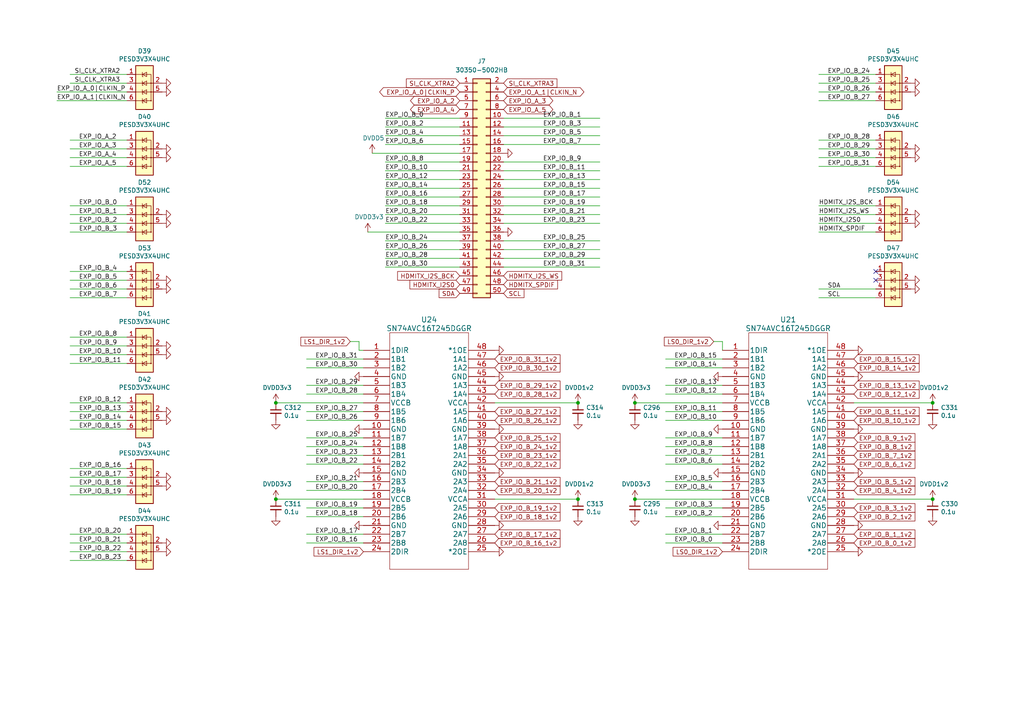
<source format=kicad_sch>
(kicad_sch (version 20230121) (generator eeschema)
  (paper "A4")
  (title_block (title "OSSC Pro") (date "2023-08-17") (rev "1.5"))
  (lib_symbols
    (symbol "Connector_Generic:Conn_02x25_Odd_Even" (pin_names (offset 1.016) hide)
      (property "Reference" "J" (at 1.27 33.02 0))
      (property "Value" "Conn_02x25_Odd_Even" (at 1.27 -33.02 0))
      (symbol "Conn_02x25_Odd_Even_1_1"
        (rectangle (start -1.27 -30.353) (end 0 -30.607) (stroke (width 0.1524)))
        (rectangle (start -1.27 -27.813) (end 0 -28.067) (stroke (width 0.1524)))
        (rectangle (start -1.27 -25.273) (end 0 -25.527) (stroke (width 0.1524)))
        (rectangle (start -1.27 -22.733) (end 0 -22.987) (stroke (width 0.1524)))
        (rectangle (start -1.27 -20.193) (end 0 -20.447) (stroke (width 0.1524)))
        (rectangle (start -1.27 -17.653) (end 0 -17.907) (stroke (width 0.1524)))
        (rectangle (start -1.27 -15.113) (end 0 -15.367) (stroke (width 0.1524)))
        (rectangle (start -1.27 -12.573) (end 0 -12.827) (stroke (width 0.1524)))
        (rectangle (start -1.27 -10.033) (end 0 -10.287) (stroke (width 0.1524)))
        (rectangle (start -1.27 -7.493) (end 0 -7.747) (stroke (width 0.1524)))
        (rectangle (start -1.27 -4.953) (end 0 -5.207) (stroke (width 0.1524)))
        (rectangle (start -1.27 -2.413) (end 0 -2.667) (stroke (width 0.1524)))
        (rectangle (start -1.27 0.127) (end 0 -0.127) (stroke (width 0.1524)))
        (rectangle (start -1.27 2.667) (end 0 2.413) (stroke (width 0.1524)))
        (rectangle (start -1.27 5.207) (end 0 4.953) (stroke (width 0.1524)))
        (rectangle (start -1.27 7.747) (end 0 7.493) (stroke (width 0.1524)))
        (rectangle (start -1.27 10.287) (end 0 10.033) (stroke (width 0.1524)))
        (rectangle (start -1.27 12.827) (end 0 12.573) (stroke (width 0.1524)))
        (rectangle (start -1.27 15.367) (end 0 15.113) (stroke (width 0.1524)))
        (rectangle (start -1.27 17.907) (end 0 17.653) (stroke (width 0.1524)))
        (rectangle (start -1.27 20.447) (end 0 20.193) (stroke (width 0.1524)))
        (rectangle (start -1.27 22.987) (end 0 22.733) (stroke (width 0.1524)))
        (rectangle (start -1.27 25.527) (end 0 25.273) (stroke (width 0.1524)))
        (rectangle (start -1.27 28.067) (end 0 27.813) (stroke (width 0.1524)))
        (rectangle (start -1.27 30.607) (end 0 30.353) (stroke (width 0.1524)))
        (rectangle (start -1.27 31.75) (end 3.81 -31.75) (stroke (width 0.254)) (fill (type background)))
        (rectangle (start 3.81 -30.353) (end 2.54 -30.607) (stroke (width 0.1524)))
        (rectangle (start 3.81 -27.813) (end 2.54 -28.067) (stroke (width 0.1524)))
        (rectangle (start 3.81 -25.273) (end 2.54 -25.527) (stroke (width 0.1524)))
        (rectangle (start 3.81 -22.733) (end 2.54 -22.987) (stroke (width 0.1524)))
        (rectangle (start 3.81 -20.193) (end 2.54 -20.447) (stroke (width 0.1524)))
        (rectangle (start 3.81 -17.653) (end 2.54 -17.907) (stroke (width 0.1524)))
        (rectangle (start 3.81 -15.113) (end 2.54 -15.367) (stroke (width 0.1524)))
        (rectangle (start 3.81 -12.573) (end 2.54 -12.827) (stroke (width 0.1524)))
        (rectangle (start 3.81 -10.033) (end 2.54 -10.287) (stroke (width 0.1524)))
        (rectangle (start 3.81 -7.493) (end 2.54 -7.747) (stroke (width 0.1524)))
        (rectangle (start 3.81 -4.953) (end 2.54 -5.207) (stroke (width 0.1524)))
        (rectangle (start 3.81 -2.413) (end 2.54 -2.667) (stroke (width 0.1524)))
        (rectangle (start 3.81 0.127) (end 2.54 -0.127) (stroke (width 0.1524)))
        (rectangle (start 3.81 2.667) (end 2.54 2.413) (stroke (width 0.1524)))
        (rectangle (start 3.81 5.207) (end 2.54 4.953) (stroke (width 0.1524)))
        (rectangle (start 3.81 7.747) (end 2.54 7.493) (stroke (width 0.1524)))
        (rectangle (start 3.81 10.287) (end 2.54 10.033) (stroke (width 0.1524)))
        (rectangle (start 3.81 12.827) (end 2.54 12.573) (stroke (width 0.1524)))
        (rectangle (start 3.81 15.367) (end 2.54 15.113) (stroke (width 0.1524)))
        (rectangle (start 3.81 17.907) (end 2.54 17.653) (stroke (width 0.1524)))
        (rectangle (start 3.81 20.447) (end 2.54 20.193) (stroke (width 0.1524)))
        (rectangle (start 3.81 22.987) (end 2.54 22.733) (stroke (width 0.1524)))
        (rectangle (start 3.81 25.527) (end 2.54 25.273) (stroke (width 0.1524)))
        (rectangle (start 3.81 28.067) (end 2.54 27.813) (stroke (width 0.1524)))
        (rectangle (start 3.81 30.607) (end 2.54 30.353) (stroke (width 0.1524)))
        (pin passive line (at -5.08 30.48 0) (length 3.81) (name "Pin_1") (number "1"))
        (pin passive line (at 7.62 20.32 180) (length 3.81) (name "Pin_10") (number "10"))
        (pin passive line (at -5.08 17.78 0) (length 3.81) (name "Pin_11") (number "11"))
        (pin passive line (at 7.62 17.78 180) (length 3.81) (name "Pin_12") (number "12"))
        (pin passive line (at -5.08 15.24 0) (length 3.81) (name "Pin_13") (number "13"))
        (pin passive line (at 7.62 15.24 180) (length 3.81) (name "Pin_14") (number "14"))
        (pin passive line (at -5.08 12.7 0) (length 3.81) (name "Pin_15") (number "15"))
        (pin passive line (at 7.62 12.7 180) (length 3.81) (name "Pin_16") (number "16"))
        (pin passive line (at -5.08 10.16 0) (length 3.81) (name "Pin_17") (number "17"))
        (pin passive line (at 7.62 10.16 180) (length 3.81) (name "Pin_18") (number "18"))
        (pin passive line (at -5.08 7.62 0) (length 3.81) (name "Pin_19") (number "19"))
        (pin passive line (at 7.62 30.48 180) (length 3.81) (name "Pin_2") (number "2"))
        (pin passive line (at 7.62 7.62 180) (length 3.81) (name "Pin_20") (number "20"))
        (pin passive line (at -5.08 5.08 0) (length 3.81) (name "Pin_21") (number "21"))
        (pin passive line (at 7.62 5.08 180) (length 3.81) (name "Pin_22") (number "22"))
        (pin passive line (at -5.08 2.54 0) (length 3.81) (name "Pin_23") (number "23"))
        (pin passive line (at 7.62 2.54 180) (length 3.81) (name "Pin_24") (number "24"))
        (pin passive line (at -5.08 0 0) (length 3.81) (name "Pin_25") (number "25"))
        (pin passive line (at 7.62 0 180) (length 3.81) (name "Pin_26") (number "26"))
        (pin passive line (at -5.08 -2.54 0) (length 3.81) (name "Pin_27") (number "27"))
        (pin passive line (at 7.62 -2.54 180) (length 3.81) (name "Pin_28") (number "28"))
        (pin passive line (at -5.08 -5.08 0) (length 3.81) (name "Pin_29") (number "29"))
        (pin passive line (at -5.08 27.94 0) (length 3.81) (name "Pin_3") (number "3"))
        (pin passive line (at 7.62 -5.08 180) (length 3.81) (name "Pin_30") (number "30"))
        (pin passive line (at -5.08 -7.62 0) (length 3.81) (name "Pin_31") (number "31"))
        (pin passive line (at 7.62 -7.62 180) (length 3.81) (name "Pin_32") (number "32"))
        (pin passive line (at -5.08 -10.16 0) (length 3.81) (name "Pin_33") (number "33"))
        (pin passive line (at 7.62 -10.16 180) (length 3.81) (name "Pin_34") (number "34"))
        (pin passive line (at -5.08 -12.7 0) (length 3.81) (name "Pin_35") (number "35"))
        (pin passive line (at 7.62 -12.7 180) (length 3.81) (name "Pin_36") (number "36"))
        (pin passive line (at -5.08 -15.24 0) (length 3.81) (name "Pin_37") (number "37"))
        (pin passive line (at 7.62 -15.24 180) (length 3.81) (name "Pin_38") (number "38"))
        (pin passive line (at -5.08 -17.78 0) (length 3.81) (name "Pin_39") (number "39"))
        (pin passive line (at 7.62 27.94 180) (length 3.81) (name "Pin_4") (number "4"))
        (pin passive line (at 7.62 -17.78 180) (length 3.81) (name "Pin_40") (number "40"))
        (pin passive line (at -5.08 -20.32 0) (length 3.81) (name "Pin_41") (number "41"))
        (pin passive line (at 7.62 -20.32 180) (length 3.81) (name "Pin_42") (number "42"))
        (pin passive line (at -5.08 -22.86 0) (length 3.81) (name "Pin_43") (number "43"))
        (pin passive line (at 7.62 -22.86 180) (length 3.81) (name "Pin_44") (number "44"))
        (pin passive line (at -5.08 -25.4 0) (length 3.81) (name "Pin_45") (number "45"))
        (pin passive line (at 7.62 -25.4 180) (length 3.81) (name "Pin_46") (number "46"))
        (pin passive line (at -5.08 -27.94 0) (length 3.81) (name "Pin_47") (number "47"))
        (pin passive line (at 7.62 -27.94 180) (length 3.81) (name "Pin_48") (number "48"))
        (pin passive line (at -5.08 -30.48 0) (length 3.81) (name "Pin_49") (number "49"))
        (pin passive line (at -5.08 25.4 0) (length 3.81) (name "Pin_5") (number "5"))
        (pin passive line (at 7.62 -30.48 180) (length 3.81) (name "Pin_50") (number "50"))
        (pin passive line (at 7.62 25.4 180) (length 3.81) (name "Pin_6") (number "6"))
        (pin passive line (at -5.08 22.86 0) (length 3.81) (name "Pin_7") (number "7"))
        (pin passive line (at 7.62 22.86 180) (length 3.81) (name "Pin_8") (number "8"))
        (pin passive line (at -5.08 20.32 0) (length 3.81) (name "Pin_9") (number "9"))
      )
    )
    (symbol "Device:C_Small" (pin_numbers hide) (pin_names (offset 0.254) hide)
      (property "Reference" "C" (at 0.254 1.778 0))
      (property "Value" "C_Small" (at 0.254 -2.032 0))
      (symbol "C_Small_0_1"
        (polyline (pts (xy -1.524 -0.508) (xy 1.524 -0.508)) (stroke (width 0.3302)))
        (polyline (pts (xy -1.524 0.508) (xy 1.524 0.508)) (stroke (width 0.3048)))
      )
      (symbol "C_Small_1_1"
        (pin passive line (at 0 2.54 270) (length 2.032) (name "~") (number "1"))
        (pin passive line (at 0 -2.54 90) (length 2.032) (name "~") (number "2"))
      )
    )
    (symbol "custom_components:DVDD1v2" (power) (pin_names (offset 0))
      (property "Value" "DVDD1v2" (at 0 3.556 0))
      (symbol "DVDD1v2_0_1"
        (polyline (pts (xy -0.762 1.27) (xy 0 2.54)))
        (polyline (pts (xy 0 0) (xy 0 2.54)))
        (polyline (pts (xy 0 2.54) (xy 0.762 1.27)))
      )
      (symbol "DVDD1v2_1_1"
        (pin power_in line (at 0 0 90) (length 0) hide (name "DVDD1v2") (number "1"))
      )
    )
    (symbol "custom_components:DVDD3v3" (power) (pin_names (offset 0))
      (property "Value" "DVDD3v3" (at 0 3.556 0))
      (symbol "DVDD3v3_0_1"
        (polyline (pts (xy -0.762 1.27) (xy 0 2.54)))
        (polyline (pts (xy 0 0) (xy 0 2.54)))
        (polyline (pts (xy 0 2.54) (xy 0.762 1.27)))
      )
      (symbol "DVDD3v3_1_1"
        (pin power_in line (at 0 0 90) (length 0) hide (name "DVDD3v3") (number "1"))
      )
    )
    (symbol "custom_components:DVDD5" (power) (pin_names (offset 0))
      (property "Value" "DVDD5" (at 0 3.556 0))
      (symbol "DVDD5_0_1"
        (polyline (pts (xy -0.762 1.27) (xy 0 2.54)))
        (polyline (pts (xy 0 0) (xy 0 2.54)))
        (polyline (pts (xy 0 2.54) (xy 0.762 1.27)))
      )
      (symbol "DVDD5_1_1"
        (pin power_in line (at 0 0 90) (length 0) hide (name "DVDD5") (number "1"))
      )
    )
    (symbol "custom_components:PESD3V3X4UHC" (pin_names hide)
      (property "Reference" "D" (at -5.08 -3.81 0))
      (property "Value" "PESD3V3X4UHC" (at 2.54 -3.81 0))
      (symbol "PESD3V3X4UHC_0_0"
        (pin passive line (at -2.54 -5.08 90) (length 2.54) (name "GND") (number "2"))
        (pin passive line (at 0 -5.08 90) (length 2.54) (name "GND") (number "5"))
      )
      (symbol "PESD3V3X4UHC_0_1"
        (rectangle (start -7.62 2.54) (end 5.08 -2.54) (stroke (width 0.254)) (fill (type background)))
        (circle (center -2.54 -1.905) (radius 0.127))
        (circle (center 0 -1.905) (radius 0.127))
        (polyline (pts (xy -2.54 2.54) (xy -2.54 -2.54)))
        (polyline (pts (xy 0 2.54) (xy 0 -2.54)))
        (polyline (pts (xy -5.715 0.635) (xy -4.445 0.635) (xy -4.445 0.381)))
        (polyline (pts (xy -3.175 0.635) (xy -1.905 0.635) (xy -1.905 0.381)))
        (polyline (pts (xy -0.635 0.635) (xy 0.635 0.635) (xy 0.635 0.381)))
        (polyline (pts (xy 1.905 0.635) (xy 3.175 0.635) (xy 3.175 0.381)))
        (polyline (pts (xy -5.715 -0.635) (xy -4.445 -0.635) (xy -5.08 0.635) (xy -5.715 -0.635)))
        (polyline (pts (xy -3.175 -0.635) (xy -1.905 -0.635) (xy -2.54 0.635) (xy -3.175 -0.635)))
        (polyline (pts (xy -0.635 -0.635) (xy 0.635 -0.635) (xy 0 0.635) (xy -0.635 -0.635)))
        (polyline (pts (xy 1.905 -0.635) (xy 3.175 -0.635) (xy 2.54 0.635) (xy 1.905 -0.635)))
        (polyline (pts (xy -5.08 2.54) (xy -5.08 -1.905) (xy 2.54 -1.905) (xy 2.54 0) (xy 2.54 2.54)))
        (circle (center 2.54 -1.905) (radius 0.127))
      )
      (symbol "PESD3V3X4UHC_1_1"
        (pin passive line (at -5.08 5.08 270) (length 2.54) (name "IO1") (number "1"))
        (pin passive line (at -2.54 5.08 270) (length 2.54) (name "IO2") (number "3"))
        (pin passive line (at 0 5.08 270) (length 2.54) (name "IO3") (number "4"))
        (pin passive line (at 2.54 5.08 270) (length 2.54) (name "IO4") (number "6"))
      )
    )
    (symbol "custom_components:SN74AVC16T245DGGR" (pin_names (offset 0.254))
      (property "Reference" "U" (at 19.05 10.16 0))
      (property "Value" "SN74AVC16T245DGGR" (at 19.05 7.62 0))
      (symbol "SN74AVC16T245DGGR_1_1"
        (polyline (pts (xy 7.62 -63.5) (xy 30.48 -63.5)) (stroke (width 0.127)))
        (polyline (pts (xy 7.62 5.08) (xy 7.62 -63.5)) (stroke (width 0.127)))
        (polyline (pts (xy 30.48 -63.5) (xy 30.48 5.08)) (stroke (width 0.127)))
        (polyline (pts (xy 30.48 5.08) (xy 7.62 5.08)) (stroke (width 0.127)))
        (pin input line (at 0 0 0) (length 7.62) (name "1DIR") (number "1"))
        (pin power_in line (at 0 -22.86 0) (length 7.62) (name "GND") (number "10"))
        (pin bidirectional line (at 0 -25.4 0) (length 7.62) (name "1B7") (number "11"))
        (pin bidirectional line (at 0 -27.94 0) (length 7.62) (name "1B8") (number "12"))
        (pin bidirectional line (at 0 -30.48 0) (length 7.62) (name "2B1") (number "13"))
        (pin bidirectional line (at 0 -33.02 0) (length 7.62) (name "2B2") (number "14"))
        (pin power_in line (at 0 -35.56 0) (length 7.62) (name "GND") (number "15"))
        (pin bidirectional line (at 0 -38.1 0) (length 7.62) (name "2B3") (number "16"))
        (pin bidirectional line (at 0 -40.64 0) (length 7.62) (name "2B4") (number "17"))
        (pin power_in line (at 0 -43.18 0) (length 7.62) (name "VCCB") (number "18"))
        (pin bidirectional line (at 0 -45.72 0) (length 7.62) (name "2B5") (number "19"))
        (pin bidirectional line (at 0 -2.54 0) (length 7.62) (name "1B1") (number "2"))
        (pin bidirectional line (at 0 -48.26 0) (length 7.62) (name "2B6") (number "20"))
        (pin power_in line (at 0 -50.8 0) (length 7.62) (name "GND") (number "21"))
        (pin bidirectional line (at 0 -53.34 0) (length 7.62) (name "2B7") (number "22"))
        (pin bidirectional line (at 0 -55.88 0) (length 7.62) (name "2B8") (number "23"))
        (pin input line (at 0 -58.42 0) (length 7.62) (name "2DIR") (number "24"))
        (pin input line (at 38.1 -58.42 180) (length 7.62) (name "*2OE") (number "25"))
        (pin bidirectional line (at 38.1 -55.88 180) (length 7.62) (name "2A8") (number "26"))
        (pin bidirectional line (at 38.1 -53.34 180) (length 7.62) (name "2A7") (number "27"))
        (pin power_in line (at 38.1 -50.8 180) (length 7.62) (name "GND") (number "28"))
        (pin bidirectional line (at 38.1 -48.26 180) (length 7.62) (name "2A6") (number "29"))
        (pin bidirectional line (at 0 -5.08 0) (length 7.62) (name "1B2") (number "3"))
        (pin bidirectional line (at 38.1 -45.72 180) (length 7.62) (name "2A5") (number "30"))
        (pin power_in line (at 38.1 -43.18 180) (length 7.62) (name "VCCA") (number "31"))
        (pin bidirectional line (at 38.1 -40.64 180) (length 7.62) (name "2A4") (number "32"))
        (pin bidirectional line (at 38.1 -38.1 180) (length 7.62) (name "2A3") (number "33"))
        (pin power_in line (at 38.1 -35.56 180) (length 7.62) (name "GND") (number "34"))
        (pin bidirectional line (at 38.1 -33.02 180) (length 7.62) (name "2A2") (number "35"))
        (pin bidirectional line (at 38.1 -30.48 180) (length 7.62) (name "2A1") (number "36"))
        (pin bidirectional line (at 38.1 -27.94 180) (length 7.62) (name "1A8") (number "37"))
        (pin bidirectional line (at 38.1 -25.4 180) (length 7.62) (name "1A7") (number "38"))
        (pin power_in line (at 38.1 -22.86 180) (length 7.62) (name "GND") (number "39"))
        (pin power_in line (at 0 -7.62 0) (length 7.62) (name "GND") (number "4"))
        (pin bidirectional line (at 38.1 -20.32 180) (length 7.62) (name "1A6") (number "40"))
        (pin bidirectional line (at 38.1 -17.78 180) (length 7.62) (name "1A5") (number "41"))
        (pin power_in line (at 38.1 -15.24 180) (length 7.62) (name "VCCA") (number "42"))
        (pin bidirectional line (at 38.1 -12.7 180) (length 7.62) (name "1A4") (number "43"))
        (pin bidirectional line (at 38.1 -10.16 180) (length 7.62) (name "1A3") (number "44"))
        (pin power_in line (at 38.1 -7.62 180) (length 7.62) (name "GND") (number "45"))
        (pin bidirectional line (at 38.1 -5.08 180) (length 7.62) (name "1A2") (number "46"))
        (pin bidirectional line (at 38.1 -2.54 180) (length 7.62) (name "1A1") (number "47"))
        (pin input line (at 38.1 0 180) (length 7.62) (name "*1OE") (number "48"))
        (pin bidirectional line (at 0 -10.16 0) (length 7.62) (name "1B3") (number "5"))
        (pin bidirectional line (at 0 -12.7 0) (length 7.62) (name "1B4") (number "6"))
        (pin power_in line (at 0 -15.24 0) (length 7.62) (name "VCCB") (number "7"))
        (pin bidirectional line (at 0 -17.78 0) (length 7.62) (name "1B5") (number "8"))
        (pin bidirectional line (at 0 -20.32 0) (length 7.62) (name "1B6") (number "9"))
      )
    )
    (symbol "power:GND" (power) (pin_names (offset 0))
      (property "Value" "GND" (at 0 -3.81 0))
      (symbol "GND_0_1"
        (polyline (pts (xy 0 0) (xy 0 -1.27) (xy 1.27 -1.27) (xy 0 -2.54) (xy -1.27 -1.27) (xy 0 -1.27)))
      )
      (symbol "GND_1_1"
        (pin power_in line (at 0 0 270) (length 0) hide (name "GND") (number "1"))
      )
    )
  )
  (junction (at 167.64 116.84))
  (junction (at 184.15 144.78))
  (junction (at 270.51 116.84))
  (junction (at 80.01 144.78))
  (junction (at 270.51 144.78))
  (junction (at 184.15 116.84))
  (junction (at 167.64 144.78))
  (junction (at 80.01 116.84))
  (no_connect (at 254 78.74))
  (no_connect (at 254 81.28))
  (wire (pts (xy 105.41 134.62) (xy 88.9 134.62)))
  (wire (pts (xy 209.55 99.06) (xy 209.55 101.6)))
  (wire (pts (xy 36.83 162.56) (xy 20.32 162.56)))
  (wire (pts (xy 105.41 154.94) (xy 88.9 154.94)))
  (wire (pts (xy 105.41 139.7) (xy 88.9 139.7)))
  (wire (pts (xy 146.05 77.47) (xy 173.99 77.47)))
  (wire (pts (xy 133.35 64.77) (xy 111.76 64.77)))
  (wire (pts (xy 146.05 74.93) (xy 173.99 74.93)))
  (wire (pts (xy 146.05 41.91) (xy 173.99 41.91)))
  (wire (pts (xy 133.35 46.99) (xy 111.76 46.99)))
  (wire (pts (xy 36.83 24.13) (xy 20.32 24.13)))
  (wire (pts (xy 105.41 127) (xy 88.9 127)))
  (wire (pts (xy 105.41 129.54) (xy 88.9 129.54)))
  (wire (pts (xy 105.41 111.76) (xy 88.9 111.76)))
  (wire (pts (xy 36.83 67.31) (xy 20.32 67.31)))
  (wire (pts (xy 133.35 54.61) (xy 111.76 54.61)))
  (wire (pts (xy 209.55 134.62) (xy 193.04 134.62)))
  (wire (pts (xy 133.35 77.47) (xy 111.76 77.47)))
  (wire (pts (xy 146.05 36.83) (xy 173.99 36.83)))
  (wire (pts (xy 254 86.36) (xy 237.49 86.36)))
  (wire (pts (xy 36.83 97.79) (xy 20.32 97.79)))
  (wire (pts (xy 146.05 59.69) (xy 173.99 59.69)))
  (wire (pts (xy 254 67.31) (xy 237.49 67.31)))
  (wire (pts (xy 36.83 64.77) (xy 20.32 64.77)))
  (wire (pts (xy 105.41 106.68) (xy 88.9 106.68)))
  (wire (pts (xy 146.05 46.99) (xy 173.99 46.99)))
  (wire (pts (xy 104.14 99.06) (xy 104.14 101.6)))
  (wire (pts (xy 20.32 135.89) (xy 36.83 135.89)))
  (wire (pts (xy 254 48.26) (xy 237.49 48.26)))
  (wire (pts (xy 133.35 69.85) (xy 111.76 69.85)))
  (wire (pts (xy 36.83 81.28) (xy 20.32 81.28)))
  (wire (pts (xy 88.9 149.86) (xy 105.41 149.86)))
  (wire (pts (xy 36.83 157.48) (xy 20.32 157.48)))
  (wire (pts (xy 36.83 124.46) (xy 20.32 124.46)))
  (wire (pts (xy 146.05 72.39) (xy 173.99 72.39)))
  (wire (pts (xy 105.41 104.14) (xy 88.9 104.14)))
  (wire (pts (xy 146.05 34.29) (xy 173.99 34.29)))
  (wire (pts (xy 209.55 129.54) (xy 193.04 129.54)))
  (wire (pts (xy 247.65 116.84) (xy 270.51 116.84)))
  (wire (pts (xy 36.83 116.84) (xy 20.32 116.84)))
  (wire (pts (xy 146.05 39.37) (xy 173.99 39.37)))
  (wire (pts (xy 36.83 45.72) (xy 20.32 45.72)))
  (wire (pts (xy 80.01 144.78) (xy 105.41 144.78)))
  (wire (pts (xy 101.6 99.06) (xy 104.14 99.06)))
  (wire (pts (xy 193.04 157.48) (xy 209.55 157.48)))
  (wire (pts (xy 105.41 132.08) (xy 88.9 132.08)))
  (wire (pts (xy 254 21.59) (xy 237.49 21.59)))
  (wire (pts (xy 133.35 74.93) (xy 111.76 74.93)))
  (wire (pts (xy 36.83 143.51) (xy 20.32 143.51)))
  (wire (pts (xy 247.65 144.78) (xy 270.51 144.78)))
  (wire (pts (xy 146.05 52.07) (xy 173.99 52.07)))
  (wire (pts (xy 20.32 140.97) (xy 36.83 140.97)))
  (wire (pts (xy 133.35 36.83) (xy 111.76 36.83)))
  (wire (pts (xy 133.35 34.29) (xy 111.76 34.29)))
  (wire (pts (xy 36.83 121.92) (xy 20.32 121.92)))
  (wire (pts (xy 16.51 29.21) (xy 36.83 29.21)))
  (wire (pts (xy 105.41 114.3) (xy 88.9 114.3)))
  (wire (pts (xy 146.05 54.61) (xy 173.99 54.61)))
  (wire (pts (xy 209.55 121.92) (xy 193.04 121.92)))
  (wire (pts (xy 209.55 127) (xy 193.04 127)))
  (wire (pts (xy 209.55 154.94) (xy 193.04 154.94)))
  (wire (pts (xy 36.83 78.74) (xy 20.32 78.74)))
  (wire (pts (xy 254 40.64) (xy 237.49 40.64)))
  (wire (pts (xy 209.55 132.08) (xy 193.04 132.08)))
  (wire (pts (xy 133.35 72.39) (xy 111.76 72.39)))
  (wire (pts (xy 105.41 121.92) (xy 88.9 121.92)))
  (wire (pts (xy 254 29.21) (xy 237.49 29.21)))
  (wire (pts (xy 106.68 67.31) (xy 133.35 67.31)))
  (wire (pts (xy 36.83 59.69) (xy 20.32 59.69)))
  (wire (pts (xy 254 26.67) (xy 237.49 26.67)))
  (wire (pts (xy 143.51 116.84) (xy 167.64 116.84)))
  (wire (pts (xy 207.01 99.06) (xy 209.55 99.06)))
  (wire (pts (xy 88.9 157.48) (xy 105.41 157.48)))
  (wire (pts (xy 133.35 57.15) (xy 111.76 57.15)))
  (wire (pts (xy 209.55 147.32) (xy 193.04 147.32)))
  (wire (pts (xy 36.83 105.41) (xy 20.32 105.41)))
  (wire (pts (xy 193.04 149.86) (xy 209.55 149.86)))
  (wire (pts (xy 254 62.23) (xy 237.49 62.23)))
  (wire (pts (xy 36.83 43.18) (xy 20.32 43.18)))
  (wire (pts (xy 254 45.72) (xy 237.49 45.72)))
  (wire (pts (xy 105.41 142.24) (xy 88.9 142.24)))
  (wire (pts (xy 16.51 26.67) (xy 36.83 26.67)))
  (wire (pts (xy 36.83 62.23) (xy 20.32 62.23)))
  (wire (pts (xy 209.55 139.7) (xy 193.04 139.7)))
  (wire (pts (xy 146.05 62.23) (xy 173.99 62.23)))
  (wire (pts (xy 254 43.18) (xy 237.49 43.18)))
  (wire (pts (xy 133.35 62.23) (xy 111.76 62.23)))
  (wire (pts (xy 105.41 119.38) (xy 88.9 119.38)))
  (wire (pts (xy 254 24.13) (xy 237.49 24.13)))
  (wire (pts (xy 133.35 41.91) (xy 111.76 41.91)))
  (wire (pts (xy 209.55 144.78) (xy 184.15 144.78)))
  (wire (pts (xy 133.35 39.37) (xy 111.76 39.37)))
  (wire (pts (xy 254 59.69) (xy 237.49 59.69)))
  (wire (pts (xy 36.83 119.38) (xy 20.32 119.38)))
  (wire (pts (xy 209.55 142.24) (xy 193.04 142.24)))
  (wire (pts (xy 133.35 49.53) (xy 111.76 49.53)))
  (wire (pts (xy 36.83 102.87) (xy 20.32 102.87)))
  (wire (pts (xy 146.05 57.15) (xy 173.99 57.15)))
  (wire (pts (xy 36.83 40.64) (xy 20.32 40.64)))
  (wire (pts (xy 209.55 119.38) (xy 193.04 119.38)))
  (wire (pts (xy 36.83 21.59) (xy 20.32 21.59)))
  (wire (pts (xy 105.41 147.32) (xy 88.9 147.32)))
  (wire (pts (xy 104.14 101.6) (xy 105.41 101.6)))
  (wire (pts (xy 146.05 64.77) (xy 173.99 64.77)))
  (wire (pts (xy 36.83 86.36) (xy 20.32 86.36)))
  (wire (pts (xy 36.83 100.33) (xy 20.32 100.33)))
  (wire (pts (xy 146.05 49.53) (xy 173.99 49.53)))
  (wire (pts (xy 209.55 114.3) (xy 193.04 114.3)))
  (wire (pts (xy 133.35 52.07) (xy 111.76 52.07)))
  (wire (pts (xy 36.83 154.94) (xy 20.32 154.94)))
  (wire (pts (xy 36.83 160.02) (xy 20.32 160.02)))
  (wire (pts (xy 80.01 116.84) (xy 105.41 116.84)))
  (wire (pts (xy 36.83 138.43) (xy 20.32 138.43)))
  (wire (pts (xy 209.55 106.68) (xy 193.04 106.68)))
  (wire (pts (xy 36.83 48.26) (xy 20.32 48.26)))
  (wire (pts (xy 254 64.77) (xy 237.49 64.77)))
  (wire (pts (xy 254 83.82) (xy 237.49 83.82)))
  (wire (pts (xy 209.55 111.76) (xy 193.04 111.76)))
  (wire (pts (xy 36.83 83.82) (xy 20.32 83.82)))
  (wire (pts (xy 107.95 44.45) (xy 133.35 44.45)))
  (wire (pts (xy 133.35 59.69) (xy 111.76 59.69)))
  (wire (pts (xy 146.05 69.85) (xy 173.99 69.85)))
  (wire (pts (xy 209.55 104.14) (xy 193.04 104.14)))
  (wire (pts (xy 143.51 144.78) (xy 167.64 144.78)))
  (wire (pts (xy 184.15 116.84) (xy 209.55 116.84)))
  (label "EXP_IO_B_21" (at 22.86 157.48 0))
  (label "EXP_IO_B_1" (at 195.58 154.94 0))
  (label "EXP_IO_B_8" (at 111.76 46.99 0))
  (label "EXP_IO_B_2" (at 111.76 36.83 0))
  (label "EXP_IO_B_9" (at 195.58 127 0))
  (label "EXP_IO_B_6" (at 111.76 41.91 0))
  (label "EXP_IO_B_14" (at 195.58 106.68 0))
  (label "EXP_IO_B_30" (at 240.03 45.72 0))
  (label "EXP_IO_B_16" (at 111.76 57.15 0))
  (label "EXP_IO_B_5" (at 157.48 39.37 0))
  (label "EXP_IO_B_1" (at 22.86 62.23 0))
  (label "EXP_IO_B_3" (at 195.58 147.32 0))
  (label "EXP_IO_B_6" (at 195.58 134.62 0))
  (label "EXP_IO_B_25" (at 91.44 127 0))
  (label "EXP_IO_A_0|CLKIN_P" (at 16.51 26.67 0))
  (label "EXP_IO_B_24" (at 111.76 69.85 0))
  (label "EXP_IO_B_17" (at 157.48 57.15 0))
  (label "EXP_IO_B_0" (at 195.58 157.48 0))
  (label "EXP_IO_B_3" (at 157.48 36.83 0))
  (label "EXP_IO_B_29" (at 157.48 74.93 0))
  (label "EXP_IO_B_15" (at 22.86 124.46 0))
  (label "EXP_IO_B_13" (at 157.48 52.07 0))
  (label "EXP_IO_B_24" (at 240.03 21.59 0))
  (label "EXP_IO_B_0" (at 22.86 59.69 0))
  (label "EXP_IO_B_19" (at 157.48 59.69 0))
  (label "EXP_IO_B_4" (at 111.76 39.37 0))
  (label "EXP_IO_B_18" (at 111.76 59.69 0))
  (label "EXP_IO_B_7" (at 195.58 132.08 0))
  (label "EXP_IO_B_27" (at 91.44 119.38 0))
  (label "EXP_IO_B_4" (at 22.86 78.74 0))
  (label "EXP_IO_B_5" (at 22.86 81.28 0))
  (label "EXP_IO_B_7" (at 22.86 86.36 0))
  (label "EXP_IO_B_26" (at 240.03 26.67 0))
  (label "HDMITX_I2S_WS" (at 237.49 62.23 0))
  (label "EXP_IO_B_31" (at 240.03 48.26 0))
  (label "EXP_IO_B_20" (at 111.76 62.23 0))
  (label "EXP_IO_B_14" (at 111.76 54.61 0))
  (label "EXP_IO_B_20" (at 22.86 154.94 0))
  (label "EXP_IO_B_13" (at 22.86 119.38 0))
  (label "SDA" (at 240.03 83.82 0))
  (label "EXP_IO_A_1|CLKIN_N" (at 16.51 29.21 0))
  (label "SI_CLK_XTRA3" (at 21.59 24.13 0))
  (label "EXP_IO_B_24" (at 91.44 129.54 0))
  (label "EXP_IO_A_4" (at 22.86 45.72 0))
  (label "EXP_IO_B_1" (at 157.48 34.29 0))
  (label "EXP_IO_B_31" (at 157.48 77.47 0))
  (label "EXP_IO_B_22" (at 111.76 64.77 0))
  (label "EXP_IO_B_2" (at 22.86 64.77 0))
  (label "HDMITX_I2S_BCK" (at 237.49 59.69 0))
  (label "HDMITX_I2S0" (at 237.49 64.77 0))
  (label "EXP_IO_B_16" (at 22.86 135.89 0))
  (label "EXP_IO_B_23" (at 22.86 162.56 0))
  (label "EXP_IO_B_30" (at 91.44 106.68 0))
  (label "EXP_IO_B_23" (at 157.48 64.77 0))
  (label "EXP_IO_B_16" (at 91.44 157.48 0))
  (label "EXP_IO_B_28" (at 240.03 40.64 0))
  (label "EXP_IO_B_7" (at 157.48 41.91 0))
  (label "EXP_IO_B_31" (at 91.44 104.14 0))
  (label "EXP_IO_B_22" (at 22.86 160.02 0))
  (label "EXP_IO_B_9" (at 157.48 46.99 0))
  (label "EXP_IO_B_12" (at 111.76 52.07 0))
  (label "EXP_IO_B_19" (at 22.86 143.51 0))
  (label "EXP_IO_B_8" (at 195.58 129.54 0))
  (label "HDMITX_SPDIF" (at 237.49 67.31 0))
  (label "EXP_IO_B_12" (at 22.86 116.84 0))
  (label "EXP_IO_B_18" (at 22.86 140.97 0))
  (label "EXP_IO_B_5" (at 195.58 139.7 0))
  (label "SI_CLK_XTRA2" (at 21.59 21.59 0))
  (label "EXP_IO_B_27" (at 157.48 72.39 0))
  (label "EXP_IO_B_25" (at 157.48 69.85 0))
  (label "EXP_IO_B_9" (at 22.86 100.33 0))
  (label "EXP_IO_B_4" (at 195.58 142.24 0))
  (label "EXP_IO_B_3" (at 22.86 67.31 0))
  (label "EXP_IO_B_14" (at 22.86 121.92 0))
  (label "EXP_IO_B_26" (at 111.76 72.39 0))
  (label "EXP_IO_B_27" (at 240.03 29.21 0))
  (label "EXP_IO_B_20" (at 91.44 142.24 0))
  (label "EXP_IO_B_23" (at 91.44 132.08 0))
  (label "EXP_IO_B_6" (at 22.86 83.82 0))
  (label "EXP_IO_B_18" (at 91.44 149.86 0))
  (label "EXP_IO_B_28" (at 91.44 114.3 0))
  (label "EXP_IO_B_21" (at 157.48 62.23 0))
  (label "EXP_IO_B_30" (at 111.76 77.47 0))
  (label "EXP_IO_B_11" (at 22.86 105.41 0))
  (label "EXP_IO_B_17" (at 91.44 154.94 0))
  (label "EXP_IO_B_29" (at 240.03 43.18 0))
  (label "EXP_IO_B_15" (at 157.48 54.61 0))
  (label "EXP_IO_B_29" (at 91.44 111.76 0))
  (label "EXP_IO_B_0" (at 111.76 34.29 0))
  (label "EXP_IO_A_3" (at 22.86 43.18 0))
  (label "EXP_IO_B_2" (at 195.58 149.86 0))
  (label "EXP_IO_B_10" (at 195.58 121.92 0))
  (label "EXP_IO_B_11" (at 157.48 49.53 0))
  (label "EXP_IO_A_2" (at 22.86 40.64 0))
  (label "EXP_IO_B_11" (at 195.58 119.38 0))
  (label "SCL" (at 240.03 86.36 0))
  (label "EXP_IO_B_21" (at 91.44 139.7 0))
  (label "EXP_IO_B_8" (at 22.86 97.79 0))
  (label "EXP_IO_A_5" (at 22.86 48.26 0))
  (label "EXP_IO_B_12" (at 195.58 114.3 0))
  (label "EXP_IO_B_17" (at 22.86 138.43 0))
  (label "EXP_IO_B_13" (at 195.58 111.76 0))
  (label "EXP_IO_B_26" (at 91.44 121.92 0))
  (label "EXP_IO_B_10" (at 22.86 102.87 0))
  (label "EXP_IO_B_22" (at 91.44 134.62 0))
  (label "EXP_IO_B_10" (at 111.76 49.53 0))
  (label "EXP_IO_B_15" (at 195.58 104.14 0))
  (label "EXP_IO_B_25" (at 240.03 24.13 0))
  (label "EXP_IO_B_19" (at 91.44 147.32 0))
  (label "EXP_IO_B_28" (at 111.76 74.93 0))
  (global_label "EXP_IO_B_5_1v2" (shape input) (at 247.65 139.7 0) (property "Intersheetrefs" "${INTERSHEET_REFS}" (effects hide)))
  (global_label "HDMITX_SPDIF" (shape input) (at 146.05 82.55 0) (property "Intersheetrefs" "${INTERSHEET_REFS}" (effects hide)))
  (global_label "SI_CLK_XTRA2" (shape input) (at 133.35 24.13 180) (property "Intersheetrefs" "${INTERSHEET_REFS}" (effects hide)))
  (global_label "EXP_IO_B_20_1v2" (shape input) (at 143.51 142.24 0) (property "Intersheetrefs" "${INTERSHEET_REFS}" (effects hide)))
  (global_label "EXP_IO_A_2" (shape bidirectional) (at 133.35 29.21 180) (property "Intersheetrefs" "${INTERSHEET_REFS}" (effects hide)))
  (global_label "EXP_IO_B_4_1v2" (shape input) (at 247.65 142.24 0) (property "Intersheetrefs" "${INTERSHEET_REFS}" (effects hide)))
  (global_label "SCL" (shape input) (at 146.05 85.09 0) (property "Intersheetrefs" "${INTERSHEET_REFS}" (effects hide)))
  (global_label "EXP_IO_B_12_1v2" (shape input) (at 247.65 114.3 0) (property "Intersheetrefs" "${INTERSHEET_REFS}" (effects hide)))
  (global_label "EXP_IO_B_10_1v2" (shape input) (at 247.65 121.92 0) (property "Intersheetrefs" "${INTERSHEET_REFS}" (effects hide)))
  (global_label "EXP_IO_B_8_1v2" (shape input) (at 247.65 129.54 0) (property "Intersheetrefs" "${INTERSHEET_REFS}" (effects hide)))
  (global_label "EXP_IO_B_16_1v2" (shape input) (at 143.51 157.48 0) (property "Intersheetrefs" "${INTERSHEET_REFS}" (effects hide)))
  (global_label "EXP_IO_B_30_1v2" (shape input) (at 143.51 106.68 0) (property "Intersheetrefs" "${INTERSHEET_REFS}" (effects hide)))
  (global_label "EXP_IO_B_28_1v2" (shape input) (at 143.51 114.3 0) (property "Intersheetrefs" "${INTERSHEET_REFS}" (effects hide)))
  (global_label "EXP_IO_B_1_1v2" (shape input) (at 247.65 154.94 0) (property "Intersheetrefs" "${INTERSHEET_REFS}" (effects hide)))
  (global_label "EXP_IO_B_25_1v2" (shape input) (at 143.51 127 0) (property "Intersheetrefs" "${INTERSHEET_REFS}" (effects hide)))
  (global_label "LS1_DIR_1v2" (shape input) (at 101.6 99.06 180) (property "Intersheetrefs" "${INTERSHEET_REFS}" (effects hide)))
  (global_label "SI_CLK_XTRA3" (shape input) (at 146.05 24.13 0) (property "Intersheetrefs" "${INTERSHEET_REFS}" (effects hide)))
  (global_label "EXP_IO_B_23_1v2" (shape input) (at 143.51 132.08 0) (property "Intersheetrefs" "${INTERSHEET_REFS}" (effects hide)))
  (global_label "EXP_IO_B_22_1v2" (shape input) (at 143.51 134.62 0) (property "Intersheetrefs" "${INTERSHEET_REFS}" (effects hide)))
  (global_label "EXP_IO_B_21_1v2" (shape input) (at 143.51 139.7 0) (property "Intersheetrefs" "${INTERSHEET_REFS}" (effects hide)))
  (global_label "EXP_IO_B_7_1v2" (shape input) (at 247.65 132.08 0) (property "Intersheetrefs" "${INTERSHEET_REFS}" (effects hide)))
  (global_label "EXP_IO_B_15_1v2" (shape input) (at 247.65 104.14 0) (property "Intersheetrefs" "${INTERSHEET_REFS}" (effects hide)))
  (global_label "EXP_IO_A_5" (shape bidirectional) (at 146.05 31.75 0) (property "Intersheetrefs" "${INTERSHEET_REFS}" (effects hide)))
  (global_label "HDMITX_I2S0" (shape input) (at 133.35 82.55 180) (property "Intersheetrefs" "${INTERSHEET_REFS}" (effects hide)))
  (global_label "EXP_IO_B_2_1v2" (shape input) (at 247.65 149.86 0) (property "Intersheetrefs" "${INTERSHEET_REFS}" (effects hide)))
  (global_label "LS0_DIR_1v2" (shape input) (at 209.55 160.02 180) (property "Intersheetrefs" "${INTERSHEET_REFS}" (effects hide)))
  (global_label "EXP_IO_B_0_1v2" (shape input) (at 247.65 157.48 0) (property "Intersheetrefs" "${INTERSHEET_REFS}" (effects hide)))
  (global_label "EXP_IO_B_11_1v2" (shape input) (at 247.65 119.38 0) (property "Intersheetrefs" "${INTERSHEET_REFS}" (effects hide)))
  (global_label "EXP_IO_B_24_1v2" (shape input) (at 143.51 129.54 0) (property "Intersheetrefs" "${INTERSHEET_REFS}" (effects hide)))
  (global_label "EXP_IO_A_3" (shape bidirectional) (at 146.05 29.21 0) (property "Intersheetrefs" "${INTERSHEET_REFS}" (effects hide)))
  (global_label "EXP_IO_A_1|CLKIN_N" (shape bidirectional) (at 146.05 26.67 0) (property "Intersheetrefs" "${INTERSHEET_REFS}" (effects hide)))
  (global_label "EXP_IO_B_27_1v2" (shape input) (at 143.51 119.38 0) (property "Intersheetrefs" "${INTERSHEET_REFS}" (effects hide)))
  (global_label "EXP_IO_B_14_1v2" (shape input) (at 247.65 106.68 0) (property "Intersheetrefs" "${INTERSHEET_REFS}" (effects hide)))
  (global_label "EXP_IO_B_3_1v2" (shape input) (at 247.65 147.32 0) (property "Intersheetrefs" "${INTERSHEET_REFS}" (effects hide)))
  (global_label "EXP_IO_B_29_1v2" (shape input) (at 143.51 111.76 0) (property "Intersheetrefs" "${INTERSHEET_REFS}" (effects hide)))
  (global_label "EXP_IO_B_18_1v2" (shape input) (at 143.51 149.86 0) (property "Intersheetrefs" "${INTERSHEET_REFS}" (effects hide)))
  (global_label "EXP_IO_A_0|CLKIN_P" (shape bidirectional) (at 133.35 26.67 180) (property "Intersheetrefs" "${INTERSHEET_REFS}" (effects hide)))
  (global_label "EXP_IO_B_17_1v2" (shape input) (at 143.51 154.94 0) (property "Intersheetrefs" "${INTERSHEET_REFS}" (effects hide)))
  (global_label "EXP_IO_B_19_1v2" (shape input) (at 143.51 147.32 0) (property "Intersheetrefs" "${INTERSHEET_REFS}" (effects hide)))
  (global_label "EXP_IO_A_4" (shape bidirectional) (at 133.35 31.75 180) (property "Intersheetrefs" "${INTERSHEET_REFS}" (effects hide)))
  (global_label "EXP_IO_B_6_1v2" (shape input) (at 247.65 134.62 0) (property "Intersheetrefs" "${INTERSHEET_REFS}" (effects hide)))
  (global_label "EXP_IO_B_26_1v2" (shape input) (at 143.51 121.92 0) (property "Intersheetrefs" "${INTERSHEET_REFS}" (effects hide)))
  (global_label "EXP_IO_B_31_1v2" (shape input) (at 143.51 104.14 0) (property "Intersheetrefs" "${INTERSHEET_REFS}" (effects hide)))
  (global_label "LS1_DIR_1v2" (shape input) (at 105.41 160.02 180) (property "Intersheetrefs" "${INTERSHEET_REFS}" (effects hide)))
  (global_label "EXP_IO_B_13_1v2" (shape input) (at 247.65 111.76 0) (property "Intersheetrefs" "${INTERSHEET_REFS}" (effects hide)))
  (global_label "HDMITX_I2S_WS" (shape input) (at 146.05 80.01 0) (property "Intersheetrefs" "${INTERSHEET_REFS}" (effects hide)))
  (global_label "EXP_IO_B_9_1v2" (shape input) (at 247.65 127 0) (property "Intersheetrefs" "${INTERSHEET_REFS}" (effects hide)))
  (global_label "LS0_DIR_1v2" (shape input) (at 207.01 99.06 180) (property "Intersheetrefs" "${INTERSHEET_REFS}" (effects hide)))
  (global_label "SDA" (shape input) (at 133.35 85.09 180) (property "Intersheetrefs" "${INTERSHEET_REFS}" (effects hide)))
  (global_label "HDMITX_I2S_BCK" (shape input) (at 133.35 80.01 180) (property "Intersheetrefs" "${INTERSHEET_REFS}" (effects hide)))
  (symbol (lib_id "Connector_Generic:Conn_02x25_Odd_Even") (at 138.43 54.61 0) (unit 1)
    (property "Reference" "J7" (at 139.7 17.78 0))
    (property "Value" "30350-5002HB" (at 139.7 20.32 0))
    (property "Footprint" "Connector_IDC:IDC-Header_2x25_P2.54mm_Horizontal" (effects hide))
  )
  (symbol (lib_id "custom_components:SN74AVC16T245DGGR") (at 105.41 101.6 0) (unit 1)
    (property "Reference" "U24" (at 124.46 92.71 0) (effects (font (size 1.524 1.524))))
    (property "Value" "SN74AVC16T245DGGR" (at 124.46 95.25 0) (effects (font (size 1.524 1.524))))
    (property "Footprint" "Package_SO:TSSOP-48_6.1x12.5mm_P0.5mm" (effects hide))
  )
  (symbol (lib_id "custom_components:DVDD5") (at 107.95 44.45 0) (unit 1)
    (property "Reference" "#PWR0500" (effects hide))
    (property "Value" "DVDD5" (at 108.331 40.0558 0))
  )
  (symbol (lib_id "custom_components:DVDD3v3") (at 106.68 67.31 0) (unit 1)
    (property "Reference" "#PWR0501" (effects hide))
    (property "Value" "DVDD3v3" (at 107.061 62.9158 0))
  )
  (symbol (lib_id "power:GND") (at 146.05 44.45 90) (unit 1)
    (property "Reference" "#PWR0502" (effects hide))
    (property "Value" "GND" (effects hide))
  )
  (symbol (lib_id "power:GND") (at 146.05 67.31 90) (unit 1)
    (property "Reference" "#PWR0503" (effects hide))
    (property "Value" "GND" (effects hide))
  )
  (symbol (lib_id "power:GND") (at 46.99 24.13 90) (unit 1)
    (property "Reference" "#PWR0504" (effects hide))
    (property "Value" "GND" (effects hide))
  )
  (symbol (lib_id "custom_components:PESD3V3X4UHC") (at 41.91 26.67 90) (mirror x) (unit 1)
    (property "Reference" "D39" (at 41.91 14.8082 90))
    (property "Value" "PESD3V3X4UHC" (at 41.91 17.1196 90))
    (property "Footprint" "custom_components:PESD3V3X4UHCYL" (effects hide))
  )
  (symbol (lib_id "power:GND") (at 46.99 26.67 90) (unit 1)
    (property "Reference" "#PWR0505" (effects hide))
    (property "Value" "GND" (effects hide))
  )
  (symbol (lib_id "power:GND") (at 46.99 43.18 90) (unit 1)
    (property "Reference" "#PWR0506" (effects hide))
    (property "Value" "GND" (effects hide))
  )
  (symbol (lib_id "power:GND") (at 46.99 45.72 90) (unit 1)
    (property "Reference" "#PWR0507" (effects hide))
    (property "Value" "GND" (effects hide))
  )
  (symbol (lib_id "custom_components:PESD3V3X4UHC") (at 41.91 45.72 90) (mirror x) (unit 1)
    (property "Reference" "D40" (at 41.91 33.8582 90))
    (property "Value" "PESD3V3X4UHC" (at 41.91 36.1696 90))
    (property "Footprint" "custom_components:PESD3V3X4UHCYL" (effects hide))
  )
  (symbol (lib_id "power:GND") (at 46.99 100.33 90) (unit 1)
    (property "Reference" "#PWR0508" (effects hide))
    (property "Value" "GND" (effects hide))
  )
  (symbol (lib_id "power:GND") (at 46.99 102.87 90) (unit 1)
    (property "Reference" "#PWR0509" (effects hide))
    (property "Value" "GND" (effects hide))
  )
  (symbol (lib_id "custom_components:PESD3V3X4UHC") (at 41.91 102.87 90) (mirror x) (unit 1)
    (property "Reference" "D41" (at 41.91 91.0082 90))
    (property "Value" "PESD3V3X4UHC" (at 41.91 93.3196 90))
    (property "Footprint" "custom_components:PESD3V3X4UHCYL" (effects hide))
  )
  (symbol (lib_id "power:GND") (at 46.99 119.38 90) (unit 1)
    (property "Reference" "#PWR0510" (effects hide))
    (property "Value" "GND" (effects hide))
  )
  (symbol (lib_id "power:GND") (at 46.99 121.92 90) (unit 1)
    (property "Reference" "#PWR0511" (effects hide))
    (property "Value" "GND" (effects hide))
  )
  (symbol (lib_id "custom_components:PESD3V3X4UHC") (at 41.91 121.92 90) (mirror x) (unit 1)
    (property "Reference" "D42" (at 41.91 110.0582 90))
    (property "Value" "PESD3V3X4UHC" (at 41.91 112.3696 90))
    (property "Footprint" "custom_components:PESD3V3X4UHCYL" (effects hide))
  )
  (symbol (lib_id "power:GND") (at 46.99 138.43 90) (unit 1)
    (property "Reference" "#PWR0512" (effects hide))
    (property "Value" "GND" (effects hide))
  )
  (symbol (lib_id "power:GND") (at 46.99 140.97 90) (unit 1)
    (property "Reference" "#PWR0513" (effects hide))
    (property "Value" "GND" (effects hide))
  )
  (symbol (lib_id "custom_components:PESD3V3X4UHC") (at 41.91 140.97 90) (mirror x) (unit 1)
    (property "Reference" "D43" (at 41.91 129.1082 90))
    (property "Value" "PESD3V3X4UHC" (at 41.91 131.4196 90))
    (property "Footprint" "custom_components:PESD3V3X4UHCYL" (effects hide))
  )
  (symbol (lib_id "power:GND") (at 46.99 157.48 90) (unit 1)
    (property "Reference" "#PWR0514" (effects hide))
    (property "Value" "GND" (effects hide))
  )
  (symbol (lib_id "power:GND") (at 46.99 160.02 90) (unit 1)
    (property "Reference" "#PWR0515" (effects hide))
    (property "Value" "GND" (effects hide))
  )
  (symbol (lib_id "custom_components:PESD3V3X4UHC") (at 41.91 160.02 90) (mirror x) (unit 1)
    (property "Reference" "D44" (at 41.91 148.1582 90))
    (property "Value" "PESD3V3X4UHC" (at 41.91 150.4696 90))
    (property "Footprint" "custom_components:PESD3V3X4UHCYL" (effects hide))
  )
  (symbol (lib_id "power:GND") (at 105.41 152.4 270) (unit 1)
    (property "Reference" "#PWR0516" (effects hide))
    (property "Value" "GND" (effects hide))
  )
  (symbol (lib_id "power:GND") (at 105.41 137.16 270) (unit 1)
    (property "Reference" "#PWR0517" (effects hide))
    (property "Value" "GND" (effects hide))
  )
  (symbol (lib_id "power:GND") (at 105.41 124.46 270) (unit 1)
    (property "Reference" "#PWR0518" (effects hide))
    (property "Value" "GND" (effects hide))
  )
  (symbol (lib_id "power:GND") (at 105.41 109.22 270) (unit 1)
    (property "Reference" "#PWR0519" (effects hide))
    (property "Value" "GND" (effects hide))
  )
  (symbol (lib_id "Device:C_Small") (at 80.01 119.38 0) (unit 1)
    (property "Reference" "C312" (at 82.3468 118.2116 0) (effects (justify left)))
    (property "Value" "0.1u" (at 82.3468 120.523 0) (effects (justify left)))
    (property "Footprint" "Capacitor_SMD:C_0402_1005Metric" (effects hide))
  )
  (symbol (lib_id "power:GND") (at 80.01 121.92 0) (unit 1)
    (property "Reference" "#PWR0520" (effects hide))
    (property "Value" "GND" (effects hide))
  )
  (symbol (lib_id "custom_components:DVDD3v3") (at 80.01 116.84 0) (unit 1)
    (property "Reference" "#PWR0521" (effects hide))
    (property "Value" "DVDD3v3" (at 80.391 112.4458 0))
  )
  (symbol (lib_id "Device:C_Small") (at 80.01 147.32 0) (unit 1)
    (property "Reference" "C311" (at 82.3468 146.1516 0) (effects (justify left)))
    (property "Value" "0.1u" (at 82.3468 148.463 0) (effects (justify left)))
    (property "Footprint" "Capacitor_SMD:C_0402_1005Metric" (effects hide))
  )
  (symbol (lib_id "power:GND") (at 80.01 149.86 0) (unit 1)
    (property "Reference" "#PWR0522" (effects hide))
    (property "Value" "GND" (effects hide))
  )
  (symbol (lib_id "custom_components:DVDD3v3") (at 80.01 144.78 0) (unit 1)
    (property "Reference" "#PWR0523" (effects hide))
    (property "Value" "DVDD3v3" (at 80.391 140.3858 0))
  )
  (symbol (lib_id "power:GND") (at 143.51 101.6 90) (unit 1)
    (property "Reference" "#PWR0524" (effects hide))
    (property "Value" "GND" (effects hide))
  )
  (symbol (lib_id "power:GND") (at 143.51 109.22 90) (unit 1)
    (property "Reference" "#PWR0525" (effects hide))
    (property "Value" "GND" (effects hide))
  )
  (symbol (lib_id "power:GND") (at 143.51 124.46 90) (unit 1)
    (property "Reference" "#PWR0526" (effects hide))
    (property "Value" "GND" (effects hide))
  )
  (symbol (lib_id "power:GND") (at 143.51 137.16 90) (unit 1)
    (property "Reference" "#PWR0527" (effects hide))
    (property "Value" "GND" (effects hide))
  )
  (symbol (lib_id "power:GND") (at 143.51 152.4 90) (unit 1)
    (property "Reference" "#PWR0528" (effects hide))
    (property "Value" "GND" (effects hide))
  )
  (symbol (lib_id "power:GND") (at 143.51 160.02 90) (unit 1)
    (property "Reference" "#PWR0529" (effects hide))
    (property "Value" "GND" (effects hide))
  )
  (symbol (lib_id "Device:C_Small") (at 167.64 147.32 0) (unit 1)
    (property "Reference" "C313" (at 169.9768 146.1516 0) (effects (justify left)))
    (property "Value" "0.1u" (at 169.9768 148.463 0) (effects (justify left)))
    (property "Footprint" "Capacitor_SMD:C_0402_1005Metric" (effects hide))
  )
  (symbol (lib_id "power:GND") (at 167.64 149.86 0) (unit 1)
    (property "Reference" "#PWR0530" (effects hide))
    (property "Value" "GND" (effects hide))
  )
  (symbol (lib_id "Device:C_Small") (at 167.64 119.38 0) (unit 1)
    (property "Reference" "C314" (at 169.9768 118.2116 0) (effects (justify left)))
    (property "Value" "0.1u" (at 169.9768 120.523 0) (effects (justify left)))
    (property "Footprint" "Capacitor_SMD:C_0402_1005Metric" (effects hide))
  )
  (symbol (lib_id "power:GND") (at 167.64 121.92 0) (unit 1)
    (property "Reference" "#PWR0532" (effects hide))
    (property "Value" "GND" (effects hide))
  )
  (symbol (lib_id "Device:C_Small") (at 184.15 147.32 0) (unit 1)
    (property "Reference" "C295" (at 186.4868 146.1516 0) (effects (justify left)))
    (property "Value" "0.1u" (at 186.4868 148.463 0) (effects (justify left)))
    (property "Footprint" "Capacitor_SMD:C_0402_1005Metric" (effects hide))
  )
  (symbol (lib_id "power:GND") (at 184.15 149.86 0) (unit 1)
    (property "Reference" "#PWR0534" (effects hide))
    (property "Value" "GND" (effects hide))
  )
  (symbol (lib_id "custom_components:DVDD3v3") (at 184.15 144.78 0) (unit 1)
    (property "Reference" "#PWR0535" (effects hide))
    (property "Value" "DVDD3v3" (at 184.531 140.3858 0))
  )
  (symbol (lib_id "Device:C_Small") (at 184.15 119.38 0) (unit 1)
    (property "Reference" "C296" (at 186.4868 118.2116 0) (effects (justify left)))
    (property "Value" "0.1u" (at 186.4868 120.523 0) (effects (justify left)))
    (property "Footprint" "Capacitor_SMD:C_0402_1005Metric" (effects hide))
  )
  (symbol (lib_id "power:GND") (at 184.15 121.92 0) (unit 1)
    (property "Reference" "#PWR0536" (effects hide))
    (property "Value" "GND" (effects hide))
  )
  (symbol (lib_id "custom_components:DVDD3v3") (at 184.15 116.84 0) (unit 1)
    (property "Reference" "#PWR0537" (effects hide))
    (property "Value" "DVDD3v3" (at 184.531 112.4458 0))
  )
  (symbol (lib_id "power:GND") (at 264.16 24.13 90) (unit 1)
    (property "Reference" "#PWR0541" (effects hide))
    (property "Value" "GND" (effects hide))
  )
  (symbol (lib_id "power:GND") (at 264.16 26.67 90) (unit 1)
    (property "Reference" "#PWR0542" (effects hide))
    (property "Value" "GND" (effects hide))
  )
  (symbol (lib_id "custom_components:PESD3V3X4UHC") (at 259.08 26.67 90) (mirror x) (unit 1)
    (property "Reference" "D45" (at 259.08 14.8082 90))
    (property "Value" "PESD3V3X4UHC" (at 259.08 17.1196 90))
    (property "Footprint" "custom_components:PESD3V3X4UHCYL" (effects hide))
  )
  (symbol (lib_id "power:GND") (at 264.16 43.18 90) (unit 1)
    (property "Reference" "#PWR0543" (effects hide))
    (property "Value" "GND" (effects hide))
  )
  (symbol (lib_id "power:GND") (at 264.16 45.72 90) (unit 1)
    (property "Reference" "#PWR0544" (effects hide))
    (property "Value" "GND" (effects hide))
  )
  (symbol (lib_id "custom_components:PESD3V3X4UHC") (at 259.08 45.72 90) (mirror x) (unit 1)
    (property "Reference" "D46" (at 259.08 33.8582 90))
    (property "Value" "PESD3V3X4UHC" (at 259.08 36.1696 90))
    (property "Footprint" "custom_components:PESD3V3X4UHCYL" (effects hide))
  )
  (symbol (lib_id "power:GND") (at 264.16 81.28 90) (unit 1)
    (property "Reference" "#PWR0545" (effects hide))
    (property "Value" "GND" (effects hide))
  )
  (symbol (lib_id "power:GND") (at 264.16 83.82 90) (unit 1)
    (property "Reference" "#PWR0546" (effects hide))
    (property "Value" "GND" (effects hide))
  )
  (symbol (lib_id "custom_components:PESD3V3X4UHC") (at 259.08 83.82 90) (mirror x) (unit 1)
    (property "Reference" "D47" (at 259.08 71.9582 90))
    (property "Value" "PESD3V3X4UHC" (at 259.08 74.2696 90))
    (property "Footprint" "custom_components:PESD3V3X4UHCYL" (effects hide))
  )
  (symbol (lib_id "custom_components:SN74AVC16T245DGGR") (at 209.55 101.6 0) (unit 1)
    (property "Reference" "U21" (at 228.6 92.71 0) (effects (font (size 1.524 1.524))))
    (property "Value" "SN74AVC16T245DGGR" (at 228.6 95.25 0) (effects (font (size 1.524 1.524))))
    (property "Footprint" "Package_SO:TSSOP-48_6.1x12.5mm_P0.5mm" (effects hide))
  )
  (symbol (lib_id "power:GND") (at 46.99 62.23 90) (unit 1)
    (property "Reference" "#PWR0533" (effects hide))
    (property "Value" "GND" (effects hide))
  )
  (symbol (lib_id "power:GND") (at 46.99 64.77 90) (unit 1)
    (property "Reference" "#PWR0538" (effects hide))
    (property "Value" "GND" (effects hide))
  )
  (symbol (lib_id "custom_components:PESD3V3X4UHC") (at 41.91 64.77 90) (mirror x) (unit 1)
    (property "Reference" "D52" (at 41.91 52.9082 90))
    (property "Value" "PESD3V3X4UHC" (at 41.91 55.2196 90))
    (property "Footprint" "custom_components:PESD3V3X4UHCYL" (effects hide))
  )
  (symbol (lib_id "power:GND") (at 46.99 81.28 90) (unit 1)
    (property "Reference" "#PWR0539" (effects hide))
    (property "Value" "GND" (effects hide))
  )
  (symbol (lib_id "power:GND") (at 46.99 83.82 90) (unit 1)
    (property "Reference" "#PWR0540" (effects hide))
    (property "Value" "GND" (effects hide))
  )
  (symbol (lib_id "custom_components:PESD3V3X4UHC") (at 41.91 83.82 90) (mirror x) (unit 1)
    (property "Reference" "D53" (at 41.91 71.9582 90))
    (property "Value" "PESD3V3X4UHC" (at 41.91 74.2696 90))
    (property "Footprint" "custom_components:PESD3V3X4UHCYL" (effects hide))
  )
  (symbol (lib_id "power:GND") (at 264.16 62.23 90) (unit 1)
    (property "Reference" "#PWR0584" (effects hide))
    (property "Value" "GND" (effects hide))
  )
  (symbol (lib_id "power:GND") (at 264.16 64.77 90) (unit 1)
    (property "Reference" "#PWR0590" (effects hide))
    (property "Value" "GND" (effects hide))
  )
  (symbol (lib_id "custom_components:PESD3V3X4UHC") (at 259.08 64.77 90) (mirror x) (unit 1)
    (property "Reference" "D54" (at 259.08 52.9082 90))
    (property "Value" "PESD3V3X4UHC" (at 259.08 55.2196 90))
    (property "Footprint" "custom_components:PESD3V3X4UHCYL" (effects hide))
  )
  (symbol (lib_id "Device:C_Small") (at 270.51 147.32 0) (unit 1)
    (property "Reference" "C330" (at 272.8468 146.1516 0) (effects (justify left)))
    (property "Value" "0.1u" (at 272.8468 148.463 0) (effects (justify left)))
    (property "Footprint" "Capacitor_SMD:C_0402_1005Metric" (effects hide))
  )
  (symbol (lib_id "power:GND") (at 270.51 149.86 0) (unit 1)
    (property "Reference" "#PWR0725" (effects hide))
    (property "Value" "GND" (effects hide))
  )
  (symbol (lib_id "Device:C_Small") (at 270.51 119.38 0) (unit 1)
    (property "Reference" "C331" (at 272.8468 118.2116 0) (effects (justify left)))
    (property "Value" "0.1u" (at 272.8468 120.523 0) (effects (justify left)))
    (property "Footprint" "Capacitor_SMD:C_0402_1005Metric" (effects hide))
  )
  (symbol (lib_id "power:GND") (at 270.51 121.92 0) (unit 1)
    (property "Reference" "#PWR0724" (effects hide))
    (property "Value" "GND" (effects hide))
  )
  (symbol (lib_id "custom_components:DVDD1v2") (at 167.64 116.84 0) (unit 1)
    (property "Reference" "#PWR0591" (effects hide))
    (property "Value" "DVDD1v2" (at 168.021 112.4458 0))
  )
  (symbol (lib_id "custom_components:DVDD1v2") (at 167.64 144.78 0) (unit 1)
    (property "Reference" "#PWR0657" (effects hide))
    (property "Value" "DVDD1v2" (at 168.021 140.3858 0))
  )
  (symbol (lib_id "custom_components:DVDD1v2") (at 270.51 144.78 0) (unit 1)
    (property "Reference" "#PWR0664" (effects hide))
    (property "Value" "DVDD1v2" (at 270.891 140.3858 0))
  )
  (symbol (lib_id "custom_components:DVDD1v2") (at 270.51 116.84 0) (unit 1)
    (property "Reference" "#PWR0658" (effects hide))
    (property "Value" "DVDD1v2" (at 270.891 112.4458 0))
  )
  (symbol (lib_id "power:GND") (at 247.65 160.02 90) (unit 1)
    (property "Reference" "#PWR0726" (effects hide))
    (property "Value" "GND" (effects hide))
  )
  (symbol (lib_id "power:GND") (at 247.65 152.4 90) (unit 1)
    (property "Reference" "#PWR0727" (effects hide))
    (property "Value" "GND" (effects hide))
  )
  (symbol (lib_id "power:GND") (at 247.65 137.16 90) (unit 1)
    (property "Reference" "#PWR0728" (effects hide))
    (property "Value" "GND" (effects hide))
  )
  (symbol (lib_id "power:GND") (at 247.65 124.46 90) (unit 1)
    (property "Reference" "#PWR0729" (effects hide))
    (property "Value" "GND" (effects hide))
  )
  (symbol (lib_id "power:GND") (at 247.65 109.22 90) (unit 1)
    (property "Reference" "#PWR0730" (effects hide))
    (property "Value" "GND" (effects hide))
  )
  (symbol (lib_id "power:GND") (at 247.65 101.6 90) (unit 1)
    (property "Reference" "#PWR0731" (effects hide))
    (property "Value" "GND" (effects hide))
  )
  (symbol (lib_id "power:GND") (at 209.55 109.22 270) (unit 1)
    (property "Reference" "#PWR0732" (effects hide))
    (property "Value" "GND" (effects hide))
  )
  (symbol (lib_id "power:GND") (at 209.55 124.46 270) (unit 1)
    (property "Reference" "#PWR0733" (effects hide))
    (property "Value" "GND" (effects hide))
  )
  (symbol (lib_id "power:GND") (at 209.55 137.16 270) (unit 1)
    (property "Reference" "#PWR0734" (effects hide))
    (property "Value" "GND" (effects hide))
  )
  (symbol (lib_id "power:GND") (at 209.55 152.4 270) (unit 1)
    (property "Reference" "#PWR0735" (effects hide))
    (property "Value" "GND" (effects hide))
  )
)
</source>
